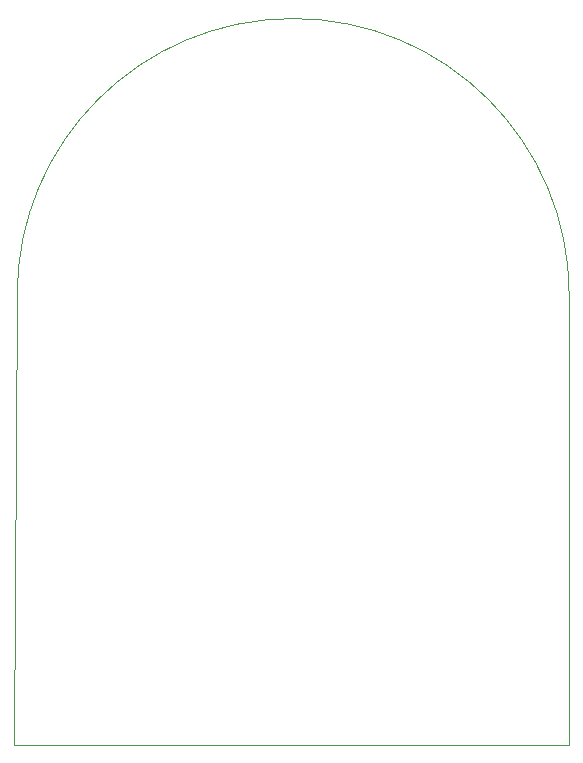
<source format=gbr>
G04 #@! TF.GenerationSoftware,KiCad,Pcbnew,5.1.5-52549c5~84~ubuntu18.04.1*
G04 #@! TF.CreationDate,2020-03-24T23:28:12-05:00*
G04 #@! TF.ProjectId,pass-01,70617373-2d30-4312-9e6b-696361645f70,rev?*
G04 #@! TF.SameCoordinates,Original*
G04 #@! TF.FileFunction,Profile,NP*
%FSLAX46Y46*%
G04 Gerber Fmt 4.6, Leading zero omitted, Abs format (unit mm)*
G04 Created by KiCad (PCBNEW 5.1.5-52549c5~84~ubuntu18.04.1) date 2020-03-24 23:28:12*
%MOMM*%
%LPD*%
G04 APERTURE LIST*
%ADD10C,0.050000*%
G04 APERTURE END LIST*
D10*
X132334000Y-78740000D02*
G75*
G02X179070000Y-78740000I23368000J0D01*
G01*
X132080000Y-116840000D02*
X132334000Y-78740000D01*
X179070000Y-116840000D02*
X179070000Y-78740000D01*
X132080000Y-116840000D02*
X179070000Y-116840000D01*
M02*

</source>
